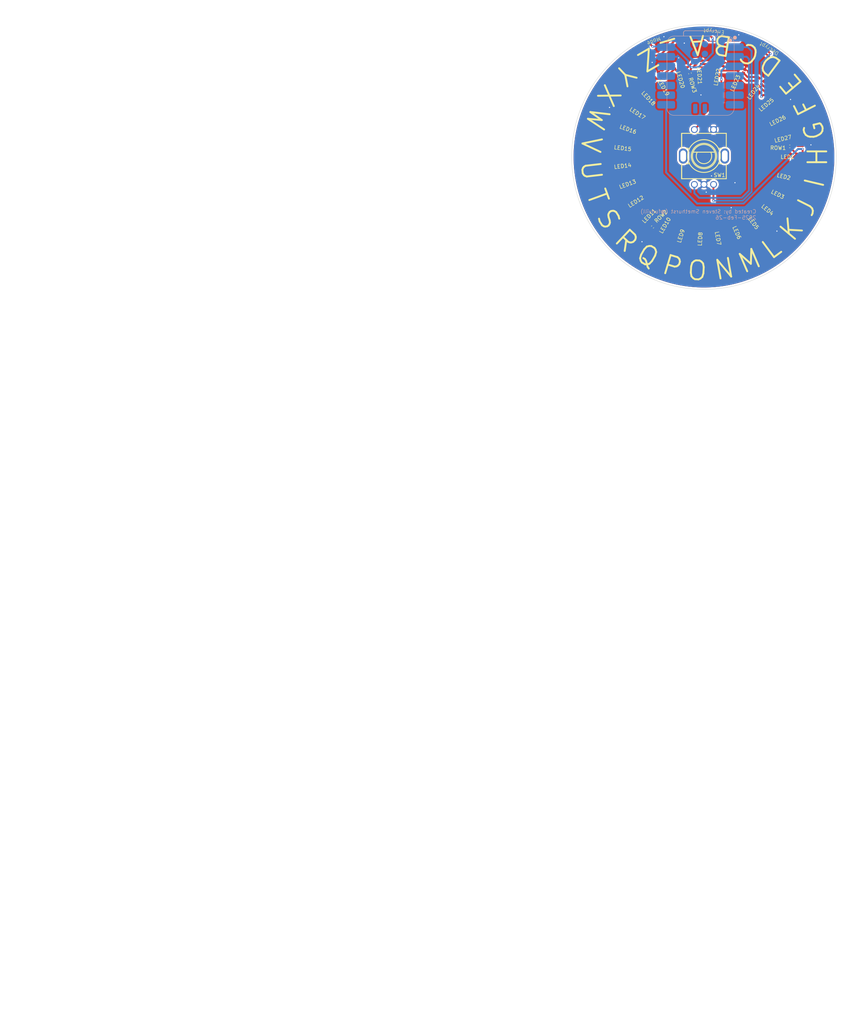
<source format=kicad_pcb>
(kicad_pcb (version 20241229) (generator "pcbnew") (generator_version "9.0")
  (layers (0 "F.Cu" signal) (2 "B.Cu" signal) (13 "F.Paste" user) (15 "B.Paste" user) (5 "F.SilkS" user "F.Silkscreen") (7 "B.SilkS" user "B.Silkscreen") (1 "F.Mask" user) (3 "B.Mask" user) (25 "Edge.Cuts" user))
  (net 0 "")
  (net 1 "GND")
  (net 2 "+5V")
  (net 3 "Net-(LED1-DO)")
  (net 4 "LED_IN")
  (net 5 "Net-(LED2-DO)")
  (net 6 "Net-(LED3-DO)")
  (net 7 "Net-(LED4-DO)")
  (net 8 "Net-(LED5-DO)")
  (net 9 "Net-(LED6-DO)")
  (net 10 "Net-(LED7-DO)")
  (net 11 "Net-(LED8-DO)")
  (net 12 "Net-(LED10-DI)")
  (net 13 "ROW2")
  (net 14 "Net-(LED11-DO)")
  (net 15 "Net-(LED12-DO)")
  (net 16 "Net-(LED13-DO)")
  (net 17 "Net-(LED14-DO)")
  (net 18 "Net-(LED15-DO)")
  (net 19 "Net-(LED16-DO)")
  (net 20 "Net-(LED17-DO)")
  (net 21 "Net-(LED18-DO)")
  (net 22 "Net-(LED19-DO)")
  (net 23 "ROW3")
  (net 24 "Net-(LED21-DO)")
  (net 25 "Net-(LED22-DO)")
  (net 26 "Net-(LED23-DO)")
  (net 27 "Net-(LED24-DO)")
  (net 28 "Net-(LED25-DO)")
  (net 29 "Net-(LED26-DO)")
  (net 30 "Net-(LED27-DO)")
  (net 31 "Net-(LED28-DO)")
  (net 32 "Net-(LED29-DO)")
  (net 33 "ROW4")
  (net 34 "Net-(U1-GPIO28{slash}ADC2{slash}A2)")
  (net 36 "Net-(U1-GPIO26{slash}ADC0{slash}A0)")
  (net 38 "Net-(U1-GPIO27{slash}ADC1{slash}A1)")
  (footprint "C5349954-led:LED-SMD_4P-L1.6-W1.5_XL-1615RGBC-WS2812B" (layer "F.Cu") (at 25 0 90)
    (property "Reference" "LED1")
    (property "Value" "XL-1615RGBC-WS2812B")
  )
  (footprint "Capacitor_SMD:C_0402_1005Metric" (layer "F.Cu") (at 22.7 -2.8 180)
    (property "Reference" "ROW1")
    (property "Value" "10uF,10V,X5R")
  )
  (footprint "C5349954-led:LED-SMD_4P-L1.6-W1.5_XL-1615RGBC-WS2812B" (layer "F.Cu") (at 13.1 -30.6 -23.33)
    (property "Reference" "LED28" (hide yes))
    (property "Value" "XL-1615RGBC-WS2812B")
  )
  (footprint "C5349954-led:LED-SMD_4P-L1.6-W1.5_XL-1615RGBC-WS2812B" (layer "F.Cu") (at 24.33 -5.77 103.33)
    (property "Reference" "LED27")
    (property "Value" "XL-1615RGBC-WS2812B")
  )
  (footprint "C5349954-led:LED-SMD_4P-L1.6-W1.5_XL-1615RGBC-WS2812B" (layer "F.Cu") (at 9.9 22.96 23.33)
    (property "Reference" "LED6")
    (property "Value" "XL-1615RGBC-WS2812B")
  )
  (footprint "C5349954-led:LED-SMD_4P-L1.6-W1.5_XL-1615RGBC-WS2812B" (layer "F.Cu") (at -17.16 -18.18 -136.67)
    (property "Reference" "LED18")
    (property "Value" "XL-1615RGBC-WS2812B")
  )
  (footprint "C470742-RotaryEncoders:SW-TH_EC11XXXXXXXX" (layer "F.Cu") (at 0 0)
    (property "Reference" "SW1")
    (property "Value" "EC11E09244BS")
  )
  (footprint "C5349954-led:LED-SMD_4P-L1.6-W1.5_XL-1615RGBC-WS2812B" (layer "F.Cu") (at 22.34 -11.22 116.67)
    (property "Reference" "LED26")
    (property "Value" "XL-1615RGBC-WS2812B")
  )
  (footprint "Capacitor_SMD:C_0402_1005Metric" (layer "F.Cu") (at -13.6 18.5 45)
    (property "Reference" "ROW2")
    (property "Value" "10uF,10V,X5R")
  )
  (footprint "Capacitor_SMD:C_0402_1005Metric" (layer "F.Cu") (at -3.7 -22.1 -73.33)
    (property "Reference" "ROW3")
    (property "Value" "10uF,10V,X5R")
  )
  (footprint "C5349954-led:LED-SMD_4P-L1.6-W1.5_XL-1615RGBC-WS2812B" (layer "F.Cu") (at -1.9 -33.3 3.33)
    (property "Reference" "LED29" (hide yes))
    (property "Value" "XL-1615RGBC-WS2812B")
  )
  (footprint "C5349954-led:LED-SMD_4P-L1.6-W1.5_XL-1615RGBC-WS2812B" (layer "F.Cu") (at 19.15 -16.07 130)
    (property "Reference" "LED25")
    (property "Value" "XL-1615RGBC-WS2812B")
  )
  (footprint "C5349954-led:LED-SMD_4P-L1.6-W1.5_XL-1615RGBC-WS2812B" (layer "F.Cu") (at 19.15 16.07 50)
    (property "Reference" "LED4")
    (property "Value" "XL-1615RGBC-WS2812B")
  )
  (footprint "C5349954-led:LED-SMD_4P-L1.6-W1.5_XL-1615RGBC-WS2812B" (layer "F.Cu") (at 22.34 11.22 63.33)
    (property "Reference" "LED3")
    (property "Value" "XL-1615RGBC-WS2812B")
  )
  (footprint "C5349954-led:LED-SMD_4P-L1.6-W1.5_XL-1615RGBC-WS2812B" (layer "F.Cu") (at -23.49 8.55 -70)
    (property "Reference" "LED13")
    (property "Value" "XL-1615RGBC-WS2812B")
  )
  (footprint "C5349954-led:LED-SMD_4P-L1.6-W1.5_XL-1615RGBC-WS2812B" (layer "F.Cu") (at 24.33 5.77 76.67)
    (property "Reference" "LED2")
    (property "Value" "XL-1615RGBC-WS2812B")
  )
  (footprint "C5349954-led:LED-SMD_4P-L1.6-W1.5_XL-1615RGBC-WS2812B" (layer "F.Cu") (at -24.83 -2.9 -96.67)
    (property "Reference" "LED15")
    (property "Value" "XL-1615RGBC-WS2812B")
  )
  (footprint "C5349954-led:LED-SMD_4P-L1.6-W1.5_XL-1615RGBC-WS2812B" (layer "F.Cu") (at 14.93 -20.05 143.33)
    (property "Reference" "LED24")
    (property "Value" "XL-1615RGBC-WS2812B")
  )
  (footprint "C5349954-led:LED-SMD_4P-L1.6-W1.5_XL-1615RGBC-WS2812B" (layer "F.Cu") (at -1.45 -24.96 -176.67)
    (property "Reference" "LED21")
    (property "Value" "XL-1615RGBC-WS2812B")
  )
  (footprint "C5349954-led:LED-SMD_4P-L1.6-W1.5_XL-1615RGBC-WS2812B" (layer "F.Cu") (at 9.9 -22.96 156.67)
    (property "Reference" "LED23")
    (property "Value" "XL-1615RGBC-WS2812B")
  )
  (footprint "C5349954-led:LED-SMD_4P-L1.6-W1.5_XL-1615RGBC-WS2812B" (layer "F.Cu") (at -20.89 -13.74 -123)
    (property "Reference" "LED17")
    (property "Value" "XL-1615RGBC-WS2812B")
  )
  (footprint "C5349954-led:LED-SMD_4P-L1.6-W1.5_XL-1615RGBC-WS2812B" (layer "F.Cu") (at -20.89 13.74 -57.67)
    (property "Reference" "LED12")
    (property "Value" "XL-1615RGBC-WS2812B")
  )
  (footprint "C5349954-led:LED-SMD_4P-L1.6-W1.5_XL-1615RGBC-WS2812B" (layer "F.Cu") (at -7.17 -23.95 -163.33)
    (property "Reference" "LED20")
    (property "Value" "XL-1615RGBC-WS2812B")
  )
  (footprint "C5349954-led:LED-SMD_4P-L1.6-W1.5_XL-1615RGBC-WS2812B" (layer "F.Cu") (at 4.34 24.62 10)
    (property "Reference" "LED7")
    (property "Value" "XL-1615RGBC-WS2812B")
  )
  (footprint "C5349954-led:LED-SMD_4P-L1.6-W1.5_XL-1615RGBC-WS2812B" (layer "F.Cu") (at 14.93 20.05 36.67)
    (property "Reference" "LED5")
    (property "Value" "XL-1615RGBC-WS2812B")
  )
  (footprint "C5349954-led:LED-SMD_4P-L1.6-W1.5_XL-1615RGBC-WS2812B" (layer "F.Cu") (at -12.5 -21.65 -150)
    (property "Reference" "LED19")
    (property "Value" "XL-1615RGBC-WS2812B")
  )
  (footprint "C5349954-led:LED-SMD_4P-L1.6-W1.5_XL-1615RGBC-WS2812B" (layer "F.Cu") (at -1.45 24.96 -3.33)
    (property "Reference" "LED8")
    (property "Value" "XL-1615RGBC-WS2812B")
  )
  (footprint "C5349954-led:LED-SMD_4P-L1.6-W1.5_XL-1615RGBC-WS2812B" (layer "F.Cu") (at -7.17 23.95 -16.67)
    (property "Reference" "LED9")
    (property "Value" "XL-1615RGBC-WS2812B")
  )
  (footprint "C5349954-led:LED-SMD_4P-L1.6-W1.5_XL-1615RGBC-WS2812B" (layer "F.Cu") (at -17.16 18.18 -43.33)
    (property "Reference" "LED11")
    (property "Value" "XL-1615RGBC-WS2812B")
  )
  (footprint "C5349954-led:LED-SMD_4P-L1.6-W1.5_XL-1615RGBC-WS2812B" (layer "F.Cu") (at -16.4 -28.9 30)
    (property "Reference" "LED30" (hide yes))
    (property "Value" "XL-1615RGBC-WS2812B")
  )
  (footprint "C5349954-led:LED-SMD_4P-L1.6-W1.5_XL-1615RGBC-WS2812B" (layer "F.Cu") (at -23.49 -8.55 -110)
    (property "Reference" "LED16")
    (property "Value" "XL-1615RGBC-WS2812B")
  )
  (footprint "C5349954-led:LED-SMD_4P-L1.6-W1.5_XL-1615RGBC-WS2812B" (layer "F.Cu") (at -24.83 2.9 -83.33)
    (property "Reference" "LED14")
    (property "Value" "XL-1615RGBC-WS2812B")
  )
  (footprint "C5349954-led:LED-SMD_4P-L1.6-W1.5_XL-1615RGBC-WS2812B" (layer "F.Cu") (at 4.34 -24.62 170)
    (property "Reference" "LED22")
    (property "Value" "XL-1615RGBC-WS2812B")
  )
  (footprint "C5349954-led:LED-SMD_4P-L1.6-W1.5_XL-1615RGBC-WS2812B" (layer "F.Cu") (at -12.5 21.65 -30)
    (property "Reference" "LED10")
    (property "Value" "XL-1615RGBC-WS2812B")
  )
  (footprint "Seeed Studio XIAO:XIAO-RP2040-SMD" (layer "B.Cu") (at -0.852 -21.421999 180)
    (property "Reference" "U1" (hide yes))
    (property "Value" "XIAO-RP2040-DIP")
  )
  (gr_circle (center 0 0) (end 35 0) (stroke (width 0.1)) (fill no) (layer "Edge.Cuts"))
  (gr_text "T" (at -31.7 9.5 290) (layer "F.SilkS") (effects (font (size 5 5) (thickness 0.5)) (justify left bottom)))
  (gr_text "R" (at -24.6 22.3 316.671) (layer "F.SilkS") (effects (font (size 5 5) (thickness 0.5)) (justify left bottom)))
  (gr_text "F" (at 30.6 -12.5 116.669) (layer "F.SilkS") (effects (font (size 5 5) (thickness 0.5)) (justify left bottom)))
  (gr_text "Y" (at -21.1 -25.6 223.33) (layer "F.SilkS") (effects (font (size 5 5) (thickness 0.5)) (justify left bottom)))
  (gr_text "P" (at -11.9 30.9 343.33) (layer "F.SilkS") (effects (font (size 5 5) (thickness 0.5) (bold yes)) (justify left bottom)))
  (gr_text "Q" (at -18.9 27.2 330) (layer "F.SilkS") (effects (font (size 5 5) (thickness 0.5) (bold yes)) (justify left bottom)))
  (gr_text "W" (at -29.9 -14.2 250) (layer "F.SilkS") (effects (font (size 5 5) (thickness 0.5)) (justify left bottom)))
  (gr_text "G" (at 32.7 -4.9 103.329) (layer "F.SilkS") (effects (font (size 5 5) (thickness 0.5)) (justify left bottom)))
  (gr_text "Decrypt" (at 20 -27.7 150) (layer "F.SilkS") (effects (font (size 1 1) (thickness 0.1)) (justify left bottom)))
  (gr_text "V" (at -32.5 -6.1 263.33) (layer "F.SilkS") (effects (font (size 5 5) (thickness 0.5) (bold yes)) (justify left bottom)))
  (gr_text "A" (at 0.5 -32.7 183.33) (layer "F.SilkS") (effects (font (size 5 5) (thickness 0.5)) (justify left bottom)))
  (gr_text "Mode" (at -11.7 -32 203.33) (layer "F.SilkS") (effects (font (size 1 1) (thickness 0.1)) (justify left bottom)))
  (gr_text "J" (at 28.6 16.6 63.33) (layer "F.SilkS") (effects (font (size 5 5) (thickness 0.5)) (justify left bottom)))
  (gr_text "M" (at 10.3 31.4 23.33) (layer "F.SilkS") (effects (font (size 5 5) (thickness 0.5)) (justify left bottom)))
  (gr_text "H" (at 33 2.9 90) (layer "F.SilkS") (effects (font (size 5 5) (thickness 0.5) (bold yes)) (justify left bottom)))
  (gr_text "X" (at -26.2 -20.2 237) (layer "F.SilkS") (effects (font (size 5 5) (thickness 0.5)) (justify left bottom)))
  (gr_text "I" (at 31.8 9 76.67) (layer "F.SilkS") (effects (font (size 5 5) (thickness 0.5)) (justify left bottom)))
  (gr_text "Encrypt" (at 5.5 -33.5 175) (layer "F.SilkS") (effects (font (size 1 1) (thickness 0.1)) (justify left bottom)))
  (gr_text "O" (at -4.9 32.8 356.671) (layer "F.SilkS") (effects (font (size 5 5) (thickness 0.5) (bold yes)) (justify left bottom)))
  (gr_text "N" (at 3 33 10) (layer "F.SilkS") (effects (font (size 5 5) (thickness 0.5) (bold yes)) (justify left bottom)))
  (gr_text "S" (at -29.2 15.7 302.33) (layer "F.SilkS") (effects (font (size 5 5) (thickness 0.5)) (justify left bottom)))
  (gr_text "C" (at 15.8 -28.8 156.67) (layer "F.SilkS") (effects (font (size 5 5) (thickness 0.5)) (justify left bottom)))
  (gr_text "B" (at 8.2 -32 170) (layer "F.SilkS") (effects (font (size 5 5) (thickness 0.5)) (justify left bottom)))
  (gr_text "D" (at 21.6 -25.1 143.33) (layer "F.SilkS") (effects (font (size 5 5) (thickness 0.5)) (justify left bottom)))
  (gr_text "Z" (at -14 -29.7 210) (layer "F.SilkS") (effects (font (size 5 5) (thickness 0.5)) (justify left bottom)))
  (gr_text "K" (at 23.6 23.2 50) (layer "F.SilkS") (effects (font (size 5 5) (thickness 0.5)) (justify left bottom)))
  (gr_text "U" (at -33.1 1 276.671) (layer "F.SilkS") (effects (font (size 5 5) (thickness 0.5)) (justify left bottom)))
  (gr_text "E" (at 27 -19.2 130) (layer "F.SilkS") (effects (font (size 5 5) (thickness 0.5)) (justify left bottom)))
  (gr_text "_" (at -7.6 -31.5 196.67) (layer "F.SilkS") (effects (font (size 5 5) (thickness 0.5)) (justify left bottom)))
  (gr_text "L" (at 17.7 27.9 36.67) (layer "F.SilkS") (effects (font (size 5 5) (thickness 0.5)) (justify left bottom)))
  (gr_text "Created by: Steven Smethurst (@funvill)\n2025-Feb-26\n" (at 13.9 16.6 0) (layer "B.SilkS") (effects (font (size 1 1) (thickness 0.1)) (justify left bottom mirror)))
  (via (at -16.4 22.4) (size 0.6) (drill 0.3) (layers "F.Cu" "B.Cu") (net 1))
  (via (at 9.2 -32.3) (size 0.6) (drill 0.3) (layers "F.Cu" "B.Cu") (net 1))
  (via (at -10.6 -31.8) (size 0.6) (drill 0.3) (layers "F.Cu" "B.Cu") (net 1))
  (via (at 0.6 9.3) (size 0.6) (drill 0.3) (layers "F.Cu" "B.Cu") (net 1))
  (via (at 2 5) (size 0.6) (drill 0.3) (layers "F.Cu" "B.Cu") (net 1))
  (via (at 7.2 13.4) (size 0.6) (drill 0.3) (layers "F.Cu" "B.Cu") (net 1))
  (via (at -6.7 -26.2) (size 0.6) (drill 0.3) (layers "F.Cu" "B.Cu") (net 1))
  (via (at -0.8 -16.4) (size 0.6) (drill 0.3) (layers "F.Cu" "B.Cu") (net 1))
  (via (at 28.3 -3.2) (size 0.6) (drill 0.3) (layers "F.Cu" "B.Cu") (net 1))
  (via (at -5.2 -30.1) (size 0.6) (drill 0.3) (layers "F.Cu" "B.Cu") (net 1))
  (via (at -13.7 -25) (size 0.6) (drill 0.3) (layers "F.Cu" "B.Cu") (net 1))
  (via (at 22.9 -15.2) (size 0.6) (drill 0.3) (layers "F.Cu" "B.Cu") (net 1))
  (via (at 8.2 6.8) (size 0.6) (drill 0.3) (layers "F.Cu" "B.Cu") (net 1))
  (via (at 19.3 19.6) (size 0.6) (drill 0.3) (layers "F.Cu" "B.Cu") (net 1))
  (via (at -25 -13.1) (size 0.6) (drill 0.3) (layers "F.Cu" "B.Cu") (net 1))
  (segment (start -12.198001 -26.501999) (end -13.7 -25) (width 0.5) (layer "B.Cu") (net 1))
  (segment (start -7.001999 -26.501999) (end -6.7 -26.2) (width 0.5) (layer "B.Cu") (net 1))
  (segment (start -10.017 -26.501999) (end -12.198001 -26.501999) (width 0.5) (layer "B.Cu") (net 1))
  (segment (start -10.017 -26.501999) (end -7.001999 -26.501999) (width 0.5) (layer "B.Cu") (net 1))
  (segment (start 23.731044 4.936455) (end 22.274515 6.392984) (width 0.5) (layer "F.Cu") (net 2))
  (segment (start 23.18 -2.12) (end 24.55 -0.75) (width 0.5) (layer "F.Cu") (net 2))
  (segment (start -11.625481 20.956149) (end -13.742219 18.839411) (width 0.5) (layer "F.Cu") (net 2))
  (segment (start 14.183812 -30.716188) (end 17.6 -27.3) (width 0.5) (layer "F.Cu") (net 2))
  (segment (start -24.295933 3.592656) (end -23.649898 2.946621) (width 0.5) (layer "F.Cu") (net 2))
  (segment (start -6.061354 23.472976) (end -6.322434 23.734056) (width 0.5) (layer "F.Cu") (net 2))
  (segment (start -19.487984 14.133079) (end -20.108662 14.133079) (width 0.5) (layer "F.Cu") (net 2))
  (segment (start 5.000464 24.0466) (end 4.420415 23.466551) (width 0.5) (layer "F.Cu") (net 2))
  (segment (start 16.974167 -16.355279) (end 18.323189 -16.355279) (width 0.5) (layer "F.Cu") (net 2))
  (segment (start 15.262824 18.270659) (end 18.327271 15.206212) (width 0.5) (layer "F.Cu") (net 2))
  (segment (start -20.921078 -9.696969) (end -20.921078 -12.86591) (width 0.5) (layer "F.Cu") (net 2))
  (segment (start -2.9 -23.73979) (end -2.172595 -24.467195) (width 0.5) (layer "F.Cu") (net 2))
  (segment (start 23.4 0.4) (end 23.4 4.271412) (width 0.5) (layer "F.Cu") (net 2))
  (segment (start -17.39677 -15.626266) (end -17.39677 -17.338014) (width 0.5) (layer "F.Cu") (net 2))
  (segment (start 18.327271 15.206212) (end 19.287371 15.206212) (width 0.5) (layer "F.Cu") (net 2))
  (segment (start -12.686603 -20.647373) (end -10.415788 -20.647373) (width 0.5) (layer "F.Cu") (net 2))
  (segment (start -23.649898 -1.282546) (end -24.470159 -2.102807) (width 0.5) (layer "F.Cu") (net 2))
  (segment (start -13.742219 18.839411) (end -13.939411 18.839411) (width 0.5) (layer "F.Cu") (net 2))
  (segment (start 23.719204 -6.396042) (end 23.18 -5.856838) (width 0.5) (layer "F.Cu") (net 2))
  (segment (start -0.675127 24.554325) (end -1.756476 23.472976) (width 0.5) (layer "F.Cu") (net 2))
  (segment (start -6.322434 23.734056) (end -6.322434 23.394798) (width 0.5) (layer "F.Cu") (net 2))
  (segment (start 23.4 4.271412) (end 24.065043 4.936455) (width 0.5) (layer "F.Cu") (net 2))
  (segment (start -8.081943 21.635289) (end -11.625481 21.635289) (width 0.5) (layer "F.Cu") (net 2))
  (segment (start -7.255625 -22.8) (end -7.759393 -23.303768) (width 0.5) (layer "F.Cu") (net 2))
  (segment (start -23.323652 -7.691321) (end -22.926726 -7.691321) (width 0.5) (layer "F.Cu") (net 2))
  (segment (start -24.470159 -2.102807) (end -24.197193 -2.102807) (width 0.5) (layer "F.Cu") (net 2))
  (segment (start 9.033109 -22.353301) (end 11.249446 -20.136964) (width 0.5) (layer "F.Cu") (net 2))
  (segment (start -15.975481 -29.664711) (end -15.682661 -29.957531) (width 0.5) (layer "F.Cu") (net 2))
  (segment (start 23.18 -2.8) (end 23.18 -2.12) (width 0.5) (layer "F.Cu") (net 2))
  (segment (start 18.323189 -16.355279) (end 18.323189 -14.966272) (width 0.5) (layer "F.Cu") (net 2))
  (segment (start -22.926726 -7.691321) (end -20.921078 -9.696969) (width 0.5) (layer "F.Cu") (net 2))
  (segment (start -1.756476 23.472976) (end -6.061354 23.472976) (width 0.5) (layer "F.Cu") (net 2))
  (segment (start -16.096517 -17.338014) (end -12.924519 -20.510012) (width 0.5) (layer "F.Cu") (net 2))
  (segment (start 19.287371 12.750076) (end 21.689635 10.347812) (width 0.5) (layer "F.Cu") (net 2))
  (segment (start -23.276169 -3.023831) (end -23.276169 -7.691321) (width 0.5) (layer "F.Cu") (net 2))
  (segment (start 10.410468 22.249774) (end 10.096668 21.935974) (width 0.5) (layer "F.Cu") (net 2))
  (segment (start -16.30565 17.315413) (end -19.487984 14.133079) (width 0.5) (layer "F.Cu") (net 2))
  (segment (start -23.649898 2.946621) (end -23.649898 -1.282546) (width 0.5) (layer "F.Cu") (net 2))
  (segment (start -3.497519 -23.402481) (end -3.497519 -22.9) (width 0.5) (layer "F.Cu") (net 2))
  (segment (start -14.357531 -29.957531) (end -13.6 -29.2) (width 0.5) (layer "F.Cu") (net 2))
  (segment (start 13.966891 -30.716188) (end 14.183812 -30.716188) (width 0.5) (layer "F.Cu") (net 2))
  (segment (start 14.059691 -19.269755) (end 16.974167 -16.355279) (width 0.5) (layer "F.Cu") (net 2))
  (segment (start -12.924519 -20.510012) (end -12.924519 -20.885289) (width 0.5) (layer "F.Cu") (net 2))
  (segment (start 15.655279 -16.355279) (end 16.974167 -16.355279) (width 0.5) (layer "F.Cu") (net 2))
  (segment (start -6.322434 23.394798) (end -8.081943 21.635289) (width 0.5) (layer "F.Cu") (net 2))
  (segment (start -3.16021 -23.73979) (end -2.9 -23.73979) (width 0.5) (layer "F.Cu") (net 2))
  (segment (start 9.033109 -22.843812) (end 9.033109 -22.353301) (width 0.5) (layer "F.Cu") (net 2))
  (segment (start 4.420415 23.466551) (end 0.412647 23.466551) (width 0.5) (layer "F.Cu") (net 2))
  (segment (start -3.2 -23.7) (end 2.91618 -23.7) (width 0.5) (layer "F.Cu") (net 2))
  (segment (start -22.430444 5.458145) (end -24.295933 3.592656) (width 0.5) (layer "F.Cu") (net 2))
  (segment (start -22.810623 9.10086) (end -22.430444 8.720681) (width 0.5) (layer "F.Cu") (net 2))
  (segment (start -3.2 -23.7) (end -3.16021 -23.73979) (width 0.5) (layer "F.Cu") (net 2))
  (segment (start -12.924519 -20.885289) (end -12.686603 -20.647373) (width 0.5) (layer "F.Cu") (net 2))
  (segment (start 15.030564 19.008896) (end 13.651346 19.008896) (width 0.5) (layer "F.Cu") (net 2))
  (segment (start -4.077865 -22.8) (end -7.255625 -22.8) (width 0.5) (layer "F.Cu") (net 2))
  (segment (start 7.11109 21.935974) (end 5.000464 24.0466) (width 0.5) (layer "F.Cu") (net 2))
  (segment (start 21.353552 -8.761694) (end 23.719204 -6.396042) (width 0.5) (layer "F.Cu") (net 2))
  (segment (start 21.689635 10.347812) (end 22.274515 10.347812) (width 0.5) (layer "F.Cu") (net 2))
  (segment (start -1.177405 -33.792805) (end -0.092805 -33.792805) (width 0.5) (layer "F.Cu") (net 2))
  (segment (start -20.921078 -12.86591) (end -20.157126 -12.86591) (width 0.5) (layer "F.Cu") (net 2))
  (segment (start -22.430444 8.720681) (end -22.430444 5.458145) (width 0.5) (layer "F.Cu") (net 2))
  (segment (start -0.092805 -33.792805) (end 2.3 -31.4) (width 0.5) (layer "F.Cu") (net 2))
  (segment (start -11.625481 21.635289) (end -11.625481 20.956149) (width 0.5) (layer "F.Cu") (net 2))
  (segment (start 11.249446 -20.136964) (end 14.059691 -20.136964) (width 0.5) (layer "F.Cu") (net 2))
  (segment (start -17.39677 -17.338014) (end -16.096517 -17.338014) (width 0.5) (layer "F.Cu") (net 2))
  (segment (start -19.3 12.611483) (end -22.810623 9.10086) (width 0.5) (layer "F.Cu") (net 2))
  (segment (start -3.2 -23.7) (end -3.497519 -23.402481) (width 0.5) (layer "F.Cu") (net 2))
  (segment (start -3.837692 -22.559827) (end -4.077865 -22.8) (width 0.5) (layer "F.Cu") (net 2))
  (segment (start 23.18 -5.856838) (end 23.18 -2.8) (width 0.5) (layer "F.Cu") (net 2))
  (segment (start -20.108662 14.133079) (end -19.3 13.324417) (width 0.5) (layer "F.Cu") (net 2))
  (segment (start -20.157126 -12.86591) (end -17.39677 -15.626266) (width 0.5) (layer "F.Cu") (net 2))
  (segment (start 2.91618 -23.7) (end 3.523253 -24.307073) (width 0.5) (layer "F.Cu") (net 2))
  (segment (start -16.30565 18.367313) (end -16.30565 17.315413) (width 0.5) (layer "F.Cu") (net 2))
  (segment (start 24.55 -0.75) (end 23.4 0.4) (width 0.5) (layer "F.Cu") (net 2))
  (segment (start -3.497519 -22.9) (end -3.837692 -22.559827) (width 0.5) (layer "F.Cu") (net 2))
  (segment (start -10.415788 -20.647373) (end -7.759393 -23.303768) (width 0.5) (layer "F.Cu") (net 2))
  (segment (start 10.096668 21.935974) (end 7.11109 21.935974) (width 0.5) (layer "F.Cu") (net 2))
  (segment (start 18.323189 -14.966272) (end 21.601239 -11.688222) (width 0.5) (layer "F.Cu") (net 2))
  (segment (start 15.262824 19.241156) (end 15.030564 19.008896) (width 0.5) (layer "F.Cu") (net 2))
  (segment (start 21.601239 -11.688222) (end 21.353552 -11.440535) (width 0.5) (layer "F.Cu") (net 2))
  (segment (start 2.91618 -23.7) (end 3.772368 -22.843812) (width 0.5) (layer "F.Cu") (net 2))
  (segment (start 21.353552 -11.440535) (end 21.353552 -8.761694) (width 0.5) (layer "F.Cu") (net 2))
  (segment (start 0.412647 23.466551) (end -0.675127 24.554325) (width 0.5) (layer "F.Cu") (net 2))
  (segment (start -15.682661 -29.957531) (end -14.357531 -29.957531) (width 0.5) (layer "F.Cu") (net 2))
  (segment (start 24.065043 4.936455) (end 23.731044 4.936455) (width 0.5) (layer "F.Cu") (net 2))
  (segment (start 15.262824 19.241156) (end 15.262824 18.270659) (width 0.5) (layer "F.Cu") (net 2))
  (segment (start -19.3 13.324417) (end -19.3 12.611483) (width 0.5) (layer "F.Cu") (net 2))
  (segment (start 22.274515 6.392984) (end 22.274515 10.347812) (width 0.5) (layer "F.Cu") (net 2))
  (segment (start 13.651346 19.008896) (end 10.410468 22.249774) (width 0.5) (layer "F.Cu") (net 2))
  (segment (start -15.833552 18.839411) (end -16.30565 18.367313) (width 0.5) (layer "F.Cu") (net 2))
  (segment (start 3.772368 -22.843812) (end 9.033109 -22.843812) (width 0.5) (layer "F.Cu") (net 2))
  (segment (start 15.2 -15.9) (end 15.655279 -16.355279) (width 0.5) (layer "F.Cu") (net 2))
  (segment (start 14.059691 -20.136964) (end 14.059691 -19.269755) (width 0.5) (layer "F.Cu") (net 2))
  (segment (start 19.287371 15.206212) (end 19.287371 12.750076) (width 0.5) (layer "F.Cu") (net 2))
  (segment (start -24.197193 -2.102807) (end -23.276169 -3.023831) (width 0.5) (layer "F.Cu") (net 2))
  (segment (start -13.939411 18.839411) (end -15.833552 18.839411) (width 0.5) (layer "F.Cu") (net 2))
  (via (at 2.3 -31.4) (size 0.6) (drill 0.3) (layers "F.Cu" "B.Cu") (net 2))
  (via (at -3.2 -23.7) (size 0.6) (drill 0.3) (layers "F.Cu" "B.Cu") (net 2))
  (via (at -13.6 -29.2) (size 0.6) (drill 0.3) (layers "F.Cu" "B.Cu") (net 2))
  (via (at 15.2 -15.9) (size 0.6) (drill 0.3) (layers "F.Cu" "B.Cu") (net 2))
  (via (at 17.6 -27.3) (size 0.6) (drill 0.3) (layers "F.Cu" "B.Cu") (net 2))
  (segment (start 17.6 -27.3) (end 15.2 -24.9) (width 0.5) (layer "B.Cu") (net 2))
  (segment (start -7.841999 -29.041999) (end -10.017 -29.041999) (width 0.5) (layer "B.Cu") (net 2))
  (segment (start -10.175001 -29.2) (end -10.017 -29.041999) (width 0.5) (layer "B.Cu") (net 2))
  (segment (start -1.484107 -23.7) (end -3.2 -23.7) (width 0.5) (layer "B.Cu") (net 2))
  (segment (start -3.2 -23.7) (end -3.5 -23.7) (width 0.5) (layer "B.Cu") (net 2))
  (segment (start 2.3 -31.4) (end 2.3 -27.484107) (width 0.5) (layer "B.Cu") (net 2))
  (segment (start -3.5 -23.7) (end -4.2 -24.4) (width 0.5) (layer "B.Cu") (net 2))
  (segment (start -4.2 -24.4) (end -4.2 -25.4) (width 0.5) (layer "B.Cu") (net 2))
  (segment (start -4.2 -25.4) (end -7.841999 -29.041999) (width 0.5) (layer "B.Cu") (net 2))
  (segment (start 2.3 -27.484107) (end -1.484107 -23.7) (width 0.5) (layer "B.Cu") (net 2))
  (segment (start 15.2 -24.9) (end 15.2 -15.9) (width 0.5) (layer "B.Cu") (net 2))
  (segment (start -13.6 -29.2) (end -10.175001 -29.2) (width 0.5) (layer "B.Cu") (net 2))
  (segment (start 24.55 4.060841) (end 24.55 0.75) (width 0.5) (layer "F.Cu") (net 3))
  (segment (start 24.924511 5.127673) (end 24.924511 4.435352) (width 0.5) (layer "F.Cu") (net 3))
  (segment (start 24.940796 5.143958) (end 24.924511 5.127673) (width 0.5) (layer "F.Cu") (net 3))
  (segment (start 24.924511 4.435352) (end 24.55 4.060841) (width 0.5) (layer "F.Cu") (net 3))
  (segment (start 26.1 -2.1) (end 26.1 -1.2) (width 0.5) (layer "F.Cu") (net 4))
  (segment (start 26.1 -1.2) (end 25.65 -0.75) (width 0.5) (layer "F.Cu") (net 4))
  (segment (start 25.65 -0.75) (end 25.45 -0.75) (width 0.5) (layer "F.Cu") (net 4))
  (via (at 26.1 -2.1) (size 0.6) (drill 0.3) (layers "F.Cu" "B.Cu") (net 4))
  (segment (start -10.017 4.083) (end -10.017 -13.801999) (width 0.5) (layer "B.Cu") (net 4))
  (segment (start 26.1 -2.1) (end 24.882728 -2.1) (width 0.5) (layer "B.Cu") (net 4))
  (segment (start 24.882728 -2.1) (end 10.482728 12.3) (width 0.5) (layer "B.Cu") (net 4))
  (segment (start 10.482728 12.3) (end -1.8 12.3) (width 0.5) (layer "B.Cu") (net 4))
  (segment (start -1.8 12.3) (end -10.017 4.083) (width 0.5) (layer "B.Cu") (net 4))
  (segment (start 23 10.7) (end 23.2 10.5) (width 0.5) (layer "F.Cu") (net 5))
  (segment (start 23.2 6.915246) (end 23.719204 6.396042) (width 0.5) (layer "F.Cu") (net 5))
  (segment (start 23.078762 10.751779) (end 23.051779 10.751779) (width 0.5) (layer "F.Cu") (net 5))
  (segment (start 23.051779 10.751779) (end 23 10.7) (width 0.5) (layer "F.Cu") (net 5))
  (segment (start 23.2 10.5) (end 23.2 6.915246) (width 0.5) (layer "F.Cu") (net 5))
  (segment (start 19.976811 15.784721) (end 20.260734 15.500798) (width 0.5) (layer "F.Cu") (net 6))
  (segment (start 20.260734 13.028725) (end 21.601238 11.688221) (width 0.5) (layer "F.Cu") (net 6))
  (segment (start 20.260734 15.500798) (end 20.260734 13.028725) (width 0.5) (layer "F.Cu") (net 6))
  (segment (start 16.4 18.278468) (end 16.4 19.363345) (width 0.5) (layer "F.Cu") (net 7))
  (segment (start 18.323189 16.355279) (end 16.4 18.278468) (width 0.5) (layer "F.Cu") (net 7))
  (segment (start 16.4 19.363345) (end 15.800309 19.963036) (width 0.5) (layer "F.Cu") (net 7))
  (segment (start 11.357472 22.442528) (end 11.357472 22.576602) (width 0.5) (layer "F.Cu") (net 8))
  (segment (start 11.357472 22.576602) (end 10.812388 23.121686) (width 0.5) (layer "F.Cu") (net 8))
  (segment (start 14.059691 20.136964) (end 13.663036 20.136964) (width 0.5) (layer "F.Cu") (net 8))
  (segment (start 13.663036 20.136964) (end 11.357472 22.442528) (width 0.5) (layer "F.Cu") (net 8))
  (segment (start 5.45291 24.932927) (end 5.156747 24.932927) (width 0.5) (layer "F.Cu") (net 9))
  (segment (start 7.542025 22.843812) (end 5.45291 24.932927) (width 0.5) (layer "F.Cu") (net 9))
  (segment (start 9.033109 22.843812) (end 7.542025 22.843812) (width 0.5) (layer "F.Cu") (net 9))
  (segment (start 0.938068 24.307073) (end -0.207664 25.452805) (width 0.5) (layer "F.Cu") (net 10))
  (segment (start 3.523253 24.307073) (end 0.938068 24.307073) (width 0.5) (layer "F.Cu") (net 10))
  (segment (start -0.207664 25.452805) (end -0.727405 25.452805) (width 0.5) (layer "F.Cu") (net 10))
  (segment (start -5.701718 24.467195) (end -5.845664 24.611141) (width 0.5) (layer "F.Cu") (net 11))
  (segment (start -5.845664 24.611141) (end -6.580607 24.611141) (width 0.5) (layer "F.Cu") (net 11))
  (segment (start -2.172595 24.467195) (end -5.701718 24.467195) (width 0.5) (layer "F.Cu") (net 11))
  (segment (start -12.075481 22.414711) (end -11.782661 22.707531) (width 0.5) (layer "F.Cu") (net 12))
  (segment (start -11.782661 22.707531) (end -8.35563 22.707531) (width 0.5) (layer "F.Cu") (net 12))
  (segment (start -8.35563 22.707531) (end -7.759393 23.303768) (width 0.5) (layer "F.Cu") (net 12))
  (segment (start -16.345216 19.6) (end -16.92323 19.021986) (width 0.5) (layer "F.Cu") (net 13))
  (segment (start -12.924519 20.885289) (end -14.209808 19.6) (width 0.5) (layer "F.Cu") (net 13))
  (segment (start -14.209808 19.6) (end -16.345216 19.6) (width 0.5) (layer "F.Cu") (net 13))
  (segment (start -20.18354 15.3) (end -20.869146 14.614394) (width 0.5) (layer "F.Cu") (net 14))
  (segment (start -17.39677 17.338014) (end -17.703986 17.030798) (width 0.5) (layer "F.Cu") (net 14))
  (segment (start -19.312427 15.3) (end -20.18354 15.3) (width 0.5) (layer "F.Cu") (net 14))
  (segment (start -17.703986 16.908441) (end -19.312427 15.3) (width 0.5) (layer "F.Cu") (net 14))
  (segment (start -17.703986 17.030798) (end -17.703986 16.908441) (width 0.5) (layer "F.Cu") (net 14))
  (segment (start -23.161106 10.038894) (end -23.166025 10.038894) (width 0.5) (layer "F.Cu") (net 15))
  (segment (start -20.910854 12.865606) (end -20.910854 12.289146) (width 0.5) (layer "F.Cu") (net 15))
  (segment (start -20.910854 12.289146) (end -23.161106 10.038894) (width 0.5) (layer "F.Cu") (net 15))
  (segment (start -23.703831 9.496169) (end -23.703831 9.408679) (width 0.5) (layer "F.Cu") (net 15))
  (segment (start -23.166025 10.038894) (end -23.703831 9.501088) (width 0.5) (layer "F.Cu") (net 15))
  (segment (start -23.703831 9.501088) (end -23.703831 9.496169) (width 0.5) (layer "F.Cu") (net 15))
  (segment (start -25.189841 4.047941) (end -25.189841 3.697193) (width 0.5) (layer "F.Cu") (net 16))
  (segment (start -23.323652 5.91413) (end -25.189841 4.047941) (width 0.5) (layer "F.Cu") (net 16))
  (segment (start -23.323652 7.691321) (end -23.323652 5.91413) (width 0.5) (layer "F.Cu") (net 16))
  (segment (start -24.470159 2.102807) (end -24.470159 -0.736192) (width 0.5) (layer "F.Cu") (net 17))
  (segment (start -25.364067 -1.6301) (end -25.364067 -2.207344) (width 0.5) (layer "F.Cu") (net 17))
  (segment (start -24.470159 -0.736192) (end -25.364067 -1.6301) (width 0.5) (layer "F.Cu") (net 17))
  (segment (start -24.295933 -3.592656) (end -24.295933 -7.872584) (width 0.5) (layer "F.Cu") (net 18))
  (segment (start -24.295933 -7.872584) (end -24.169377 -7.99914) (width 0.5) (layer "F.Cu") (net 18))
  (segment (start -21.965043 -13.066923) (end -21.965043 -9.94644) (width 0.5) (layer "F.Cu") (net 19))
  (segment (start -21.675881 -13.356085) (end -21.965043 -13.066923) (width 0.5) (layer "F.Cu") (net 19))
  (segment (start -21.965043 -9.94644) (end -22.810623 -9.10086) (width 0.5) (layer "F.Cu") (net 19))
  (segment (start -18.36175 -15.866284) (end -20.104119 -14.123915) (width 0.5) (layer "F.Cu") (net 20))
  (segment (start -18.01435 -17.992687) (end -18.36175 -17.645287) (width 0.5) (layer "F.Cu") (net 20))
  (segment (start -18.36175 -17.645287) (end -18.36175 -15.866284) (width 0.5) (layer "F.Cu") (net 20))
  (segment (start -13.884429 -21.154801) (end -13.884429 -20.788534) (width 0.5) (layer "F.Cu") (net 21))
  (segment (start -13.374519 -21.664711) (end -13.884429 -21.154801) (width 0.5) (layer "F.Cu") (net 21))
  (segment (start -13.884429 -20.788534) (end -16.30565 -18.367313) (width 0.5) (layer "F.Cu") (net 21))
  (segment (start -8.017566 -24.165944) (end -8.234056 -24.165944) (width 0.5) (layer "F.Cu") (net 22))
  (segment (start -10.764711 -21.635289) (end -11.625481 -21.635289) (width 0.5) (layer "F.Cu") (net 22))
  (segment (start -8.234056 -24.165944) (end -10.764711 -21.635289) (width 0.5) (layer "F.Cu") (net 22))
  (segment (start -4.262965 -23.734056) (end -2.631346 -25.365675) (width 0.5) (layer "F.Cu") (net 23))
  (segment (start -2.631346 -25.365675) (end -2.224873 -25.365675) (width 0.5) (layer "F.Cu") (net 23))
  (segment (start -6.322434 -23.734056) (end -4.262965 -23.734056) (width 0.5) (layer "F.Cu") (net 23))
  (segment (start -0.675127 -24.554325) (end 2.405684 -24.554325) (width 0.5) (layer "F.Cu") (net 24))
  (segment (start 2.405684 -24.554325) (end 3.044759 -25.1934) (width 0.5) (layer "F.Cu") (net 24))
  (segment (start 3.044759 -25.1934) (end 3.679536 -25.1934) (width 0.5) (layer "F.Cu") (net 24))
  (segment (start 9.259758 -23.8) (end 9.389532 -23.670226) (width 0.5) (layer "F.Cu") (net 25))
  (segment (start 5.247064 -23.8) (end 9.259758 -23.8) (width 0.5) (layer "F.Cu") (net 25))
  (segment (start 5.000464 -24.0466) (end 5.247064 -23.8) (width 0.5) (layer "F.Cu") (net 25))
  (segment (start 14.597176 -20.858844) (end 14.311317 -21.144703) (width 0.5) (layer "F.Cu") (net 26))
  (segment (start 11.515539 -21.144703) (end 10.410468 -22.249774) (width 0.5) (layer "F.Cu") (net 26))
  (segment (start 14.311317 -21.144703) (end 11.515539 -21.144703) (width 0.5) (layer "F.Cu") (net 26))
  (segment (start 17.10398 -17.4) (end 18.546417 -17.4) (width 0.5) (layer "F.Cu") (net 27))
  (segment (start 15.262824 -19.241156) (end 17.10398 -17.4) (width 0.5) (layer "F.Cu") (net 27))
  (segment (start 18.546417 -17.4) (end 19.012629 -16.933788) (width 0.5) (layer "F.Cu") (net 27))
  (segment (start 19.287371 -15.206212) (end 19.335261 -15.206212) (width 0.5) (layer "F.Cu") (net 28))
  (segment (start 19.335261 -15.206212) (end 22.427385 -12.114088) (width 0.5) (layer "F.Cu") (net 28))
  (segment (start 24.594957 -6.905043) (end 22.252615 -9.247385) (width 0.5) (layer "F.Cu") (net 29))
  (segment (start 22.252615 -9.247385) (end 22.252615 -10.325912) (width 0.5) (layer "F.Cu") (net 29))
  (segment (start 24.594957 -6.603545) (end 24.594957 -6.905043) (width 0.5) (layer "F.Cu") (net 29))
  (segment (start 27.8 -4.5) (end 27.8 -15.900241) (width 0.5) (layer "F.Cu") (net 30))
  (segment (start 13.810468 -29.889773) (end 13.610468 -29.889773) (width 0.5) (layer "F.Cu") (net 30))
  (segment (start 24.065043 -3.634957) (end 24.8 -2.9) (width 0.5) (layer "F.Cu") (net 30))
  (segment (start 27.8 -15.900241) (end 13.810468 -29.889773) (width 0.5) (layer "F.Cu") (net 30))
  (segment (start 24.8 -2.9) (end 26.2 -2.9) (width 0.5) (layer "F.Cu") (net 30))
  (segment (start 24.065043 -4.936455) (end 24.065043 -3.634957) (width 0.5) (layer "F.Cu") (net 30))
  (segment (start 26.2 -2.9) (end 27.8 -4.5) (width 0.5) (layer "F.Cu") (net 30))
  (segment (start 12.689532 -31.410227) (end 12.189773 -31.410227) (width 0.2) (layer "F.Cu") (net 31))
  (segment (start 9.2 -30.6) (end 1.169197 -30.6) (width 0.2) (layer "F.Cu") (net 31))
  (segment (start 11.8 -31.8) (end 10.4 -31.8) (width 0.2) (layer "F.Cu") (net 31))
  (segment (start 1.169197 -30.6) (end -1.125128 -32.894325) (width 0.2) (layer "F.Cu") (net 31))
  (segment (start 10.4 -31.8) (end 9.2 -30.6) (width 0.2) (layer "F.Cu") (net 31))
  (segment (start 12.189773 -31.410227) (end 11.8 -31.8) (width 0.2) (layer "F.Cu") (net 31))
  (segment (start -13.440192 -26.8) (end -15.525481 -28.885289) (width 0.5) (layer "F.Cu") (net 32))
  (segment (start -4.794325 -33.705675) (end -11.7 -26.8) (width 0.5) (layer "F.Cu") (net 32))
  (segment (start -11.7 -26.8) (end -13.440192 -26.8) (width 0.5) (layer "F.Cu") (net 32))
  (segment (start -2.674872 -33.705675) (end -4.794325 -33.705675) (width 0.5) (layer "F.Cu") (net 32))
  (segment (start -2.54 -7.25) (end 4.6 -14.39) (width 0.5) (layer "F.Cu") (net 34))
  (segment (start 4.6 -14.39) (end 4.6 -20.5) (width 0.5) (layer "F.Cu") (net 34))
  (via (at 4.6 -20.5) (size 0.6) (drill 0.3) (layers "F.Cu" "B.Cu") (net 34))
  (segment (start 5.773 -23.961999) (end 8.148 -23.961999) (width 0.5) (layer "B.Cu") (net 34))
  (segment (start 4.6 -20.5) (end 4.6 -22.788999) (width 0.5) (layer "B.Cu") (net 34))
  (segment (start 4.6 -22.788999) (end 5.773 -23.961999) (width 0.5) (layer "B.Cu") (net 34))
  (segment (start 2.5 7.29) (end 2.54 7.25) (width 0.5) (layer "F.Cu") (net 36))
  (segment (start 2.5 11.55) (end 2.5 7.29) (width 0.5) (layer "F.Cu") (net 36))
  (via (at 2.5 11.55) (size 0.6) (drill 0.3) (layers "F.Cu" "B.Cu") (net 36))
  (segment (start 12.601 -25.415363) (end 12.6 -25.416363) (width 0.5) (layer "B.Cu") (net 36))
  (segment (start 10.241364 11.55) (end 12.601 9.190364) (width 0.5) (layer "B.Cu") (net 36))
  (segment (start 12.6 -25.416363) (end 12.6 -28) (width 0.5) (layer "B.Cu") (net 36))
  (segment (start 12.6 -28) (end 11.558001 -29.041999) (width 0.5) (layer "B.Cu") (net 36))
  (segment (start 12.601 9.190364) (end 12.601 -25.415363) (width 0.5) (layer "B.Cu") (net 36))
  (segment (start 2.5 11.55) (end 10.241364 11.55) (width 0.5) (layer "B.Cu") (net 36))
  (segment (start 11.558001 -29.041999) (end 8.148 -29.041999) (width 0.5) (layer "B.Cu") (net 36))
  (segment (start 10 10.8) (end 11.9 8.9) (width 0.5) (layer "B.Cu") (net 38))
  (segment (start 11.9 -25.9) (end 11.298001 -26.501999) (width 0.5) (layer "B.Cu") (net 38))
  (segment (start 11.298001 -26.501999) (end 8.148 -26.501999) (width 0.5) (layer "B.Cu") (net 38))
  (segment (start 11.9 8.9) (end 11.9 -25.9) (width 0.5) (layer "B.Cu") (net 38))
  (segment (start -2.54 7.25) (end -2.54 9.56) (width 0.5) (layer "B.Cu") (net 38))
  (segment (start -1.3 10.8) (end 10 10.8) (width 0.5) (layer "B.Cu") (net 38))
  (segment (start -2.54 9.56) (end -1.3 10.8) (width 0.5) (layer "B.Cu") (net 38))
  (zone (net 1) (net_name "GND") (layers "F.Cu" "B.Cu") (connect_pads (clearance 0.5)) (min_thickness 0.25) (fill yes (thermal_gap 0.5) (thermal_bridge_width 0.5))
    (polygon (pts (xy -41.5 -41.5) (xy 42.1 -39.7) (xy 39.7 38.1) (xy -35.1 37) (xy -41.2 -41.5)))
  )
)
</source>
